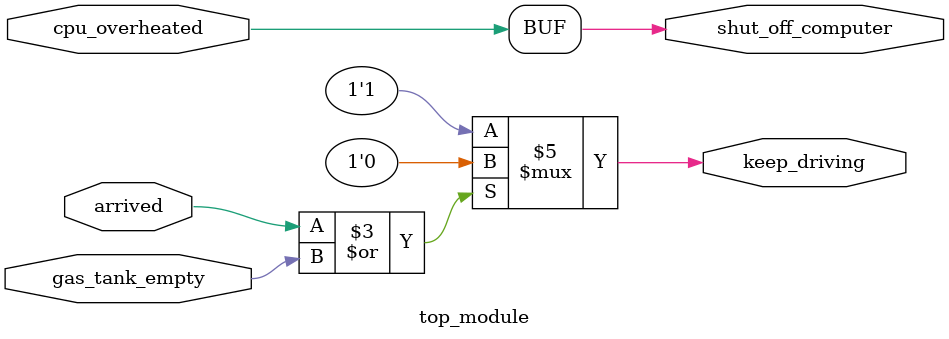
<source format=v>
module top_module (
    input      cpu_overheated,
    output reg shut_off_computer,
    input      arrived,
    input      gas_tank_empty,
    output reg keep_driving  );

    always @(*) begin//shut off the computer only if it's really overheated
      shut_off_computer = cpu_overheated;
    end

    always @(*) begin//stop driving if you've arrived at your destination or you need to refuel.
      if(arrived | gas_tank_empty)  keep_driving = 0;
      else  keep_driving = 1;
    end

endmodule

</source>
